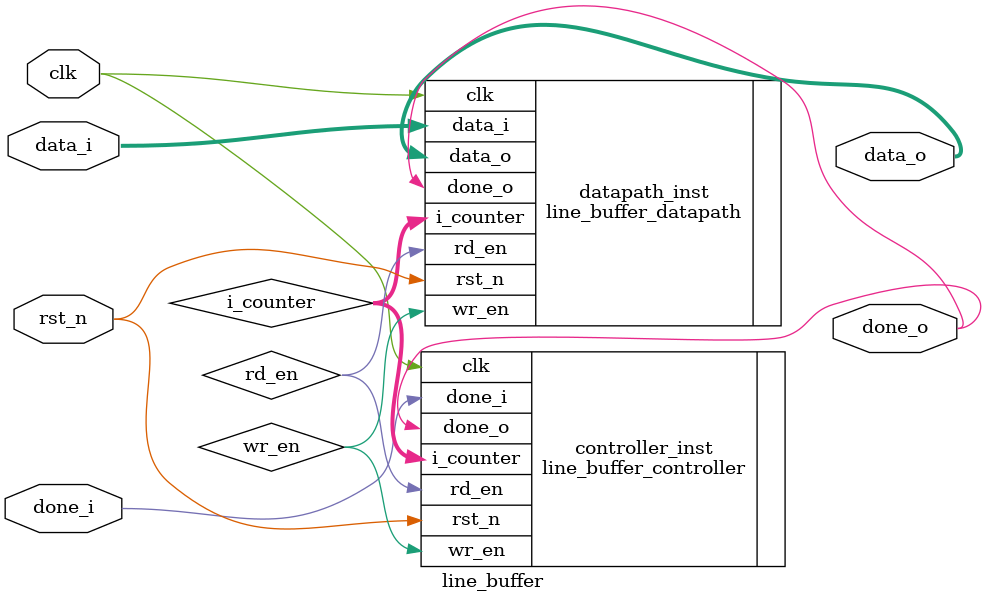
<source format=v>
module line_buffer #(
    parameter DEPTH = 17
) (
    input clk,
    input rst_n,
    input done_i,
    input [7:0] data_i,
    output [7:0] data_o,
    output done_o
);
  wire rd_en, wr_en;

  wire [9:0] i_counter;


  // Instantiate the controller
  line_buffer_controller #(
      .DEPTH(DEPTH)
  ) controller_inst (
      .clk(clk),
      .rst_n(rst_n),
      .done_i(done_i),
      .done_o(done_o),
      .wr_en(wr_en),
      .rd_en(rd_en),
      .i_counter(i_counter)
  );

  // Instantiate the datapath
  line_buffer_datapath #(
      .DEPTH(DEPTH)
  ) datapath_inst (
      .clk(clk),
      .rst_n(rst_n),
      .done_o(done_o),
      .data_i(data_i),
      .wr_en(wr_en),
      .rd_en(rd_en),
      .i_counter(i_counter),
      .data_o(data_o)
  );

endmodule


</source>
